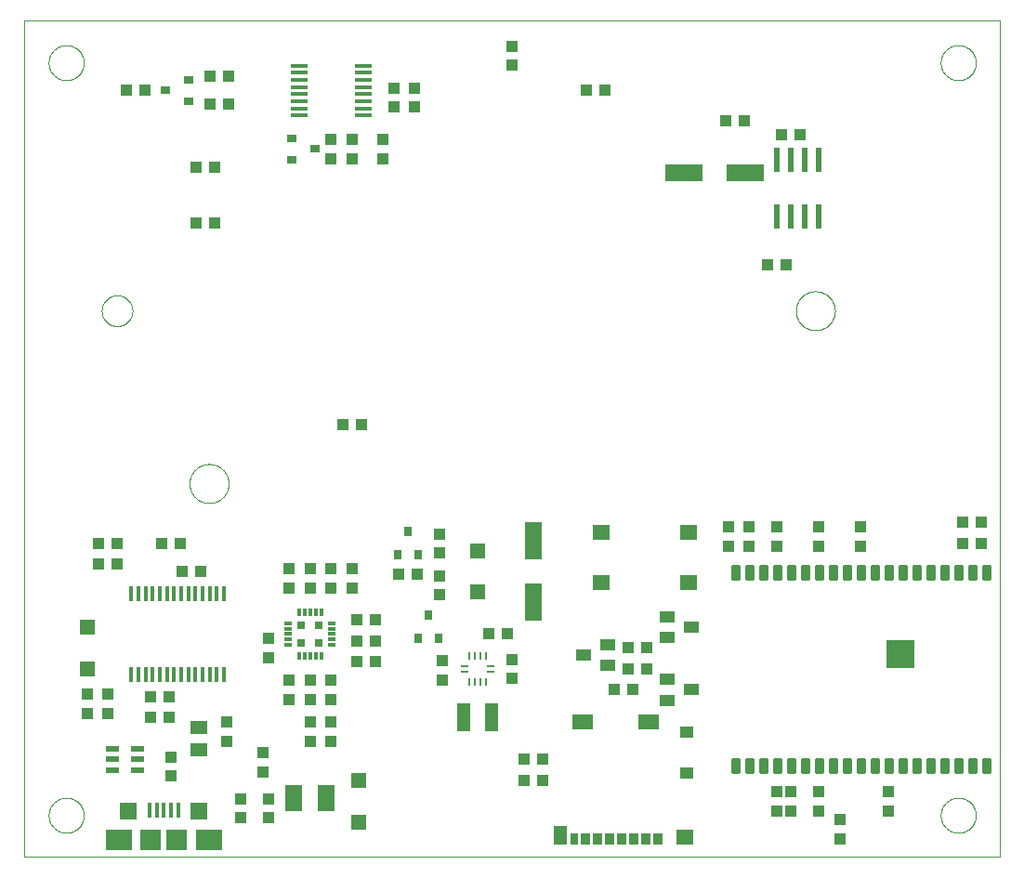
<source format=gtp>
G75*
%MOIN*%
%OFA0B0*%
%FSLAX25Y25*%
%IPPOS*%
%LPD*%
%AMOC8*
5,1,8,0,0,1.08239X$1,22.5*
%
%ADD10C,0.00000*%
%ADD11R,0.09965X0.09974*%
%ADD12C,0.01831*%
%ADD13R,0.03937X0.04331*%
%ADD14R,0.04331X0.03937*%
%ADD15R,0.01575X0.05512*%
%ADD16R,0.07480X0.07480*%
%ADD17R,0.09449X0.07480*%
%ADD18R,0.06299X0.05906*%
%ADD19R,0.04606X0.07087*%
%ADD20R,0.06102X0.05315*%
%ADD21R,0.03346X0.04331*%
%ADD22R,0.02953X0.04331*%
%ADD23R,0.07480X0.05315*%
%ADD24R,0.04724X0.03937*%
%ADD25R,0.04724X0.02362*%
%ADD26R,0.05512X0.05512*%
%ADD27R,0.05906X0.04724*%
%ADD28R,0.06299X0.05512*%
%ADD29R,0.03543X0.03150*%
%ADD30R,0.05512X0.03937*%
%ADD31R,0.01370X0.05500*%
%ADD32R,0.02362X0.08661*%
%ADD33R,0.05906X0.01575*%
%ADD34R,0.01181X0.02953*%
%ADD35R,0.02953X0.01181*%
%ADD36R,0.03150X0.03150*%
%ADD37R,0.00984X0.02756*%
%ADD38R,0.02756X0.00984*%
%ADD39R,0.05118X0.10039*%
%ADD40R,0.05906X0.09449*%
%ADD41R,0.06299X0.13780*%
%ADD42R,0.13780X0.06299*%
%ADD43R,0.03150X0.03543*%
D10*
X0002050Y0016291D02*
X0002050Y0316291D01*
X0352050Y0316291D01*
X0352050Y0016291D01*
X0002050Y0016291D01*
X0010751Y0031291D02*
X0010753Y0031449D01*
X0010759Y0031607D01*
X0010769Y0031765D01*
X0010783Y0031923D01*
X0010801Y0032080D01*
X0010822Y0032237D01*
X0010848Y0032393D01*
X0010878Y0032549D01*
X0010911Y0032704D01*
X0010949Y0032857D01*
X0010990Y0033010D01*
X0011035Y0033162D01*
X0011084Y0033313D01*
X0011137Y0033462D01*
X0011193Y0033610D01*
X0011253Y0033756D01*
X0011317Y0033901D01*
X0011385Y0034044D01*
X0011456Y0034186D01*
X0011530Y0034326D01*
X0011608Y0034463D01*
X0011690Y0034599D01*
X0011774Y0034733D01*
X0011863Y0034864D01*
X0011954Y0034993D01*
X0012049Y0035120D01*
X0012146Y0035245D01*
X0012247Y0035367D01*
X0012351Y0035486D01*
X0012458Y0035603D01*
X0012568Y0035717D01*
X0012681Y0035828D01*
X0012796Y0035937D01*
X0012914Y0036042D01*
X0013035Y0036144D01*
X0013158Y0036244D01*
X0013284Y0036340D01*
X0013412Y0036433D01*
X0013542Y0036523D01*
X0013675Y0036609D01*
X0013810Y0036693D01*
X0013946Y0036772D01*
X0014085Y0036849D01*
X0014226Y0036921D01*
X0014368Y0036991D01*
X0014512Y0037056D01*
X0014658Y0037118D01*
X0014805Y0037176D01*
X0014954Y0037231D01*
X0015104Y0037282D01*
X0015255Y0037329D01*
X0015407Y0037372D01*
X0015560Y0037411D01*
X0015715Y0037447D01*
X0015870Y0037478D01*
X0016026Y0037506D01*
X0016182Y0037530D01*
X0016339Y0037550D01*
X0016497Y0037566D01*
X0016654Y0037578D01*
X0016813Y0037586D01*
X0016971Y0037590D01*
X0017129Y0037590D01*
X0017287Y0037586D01*
X0017446Y0037578D01*
X0017603Y0037566D01*
X0017761Y0037550D01*
X0017918Y0037530D01*
X0018074Y0037506D01*
X0018230Y0037478D01*
X0018385Y0037447D01*
X0018540Y0037411D01*
X0018693Y0037372D01*
X0018845Y0037329D01*
X0018996Y0037282D01*
X0019146Y0037231D01*
X0019295Y0037176D01*
X0019442Y0037118D01*
X0019588Y0037056D01*
X0019732Y0036991D01*
X0019874Y0036921D01*
X0020015Y0036849D01*
X0020154Y0036772D01*
X0020290Y0036693D01*
X0020425Y0036609D01*
X0020558Y0036523D01*
X0020688Y0036433D01*
X0020816Y0036340D01*
X0020942Y0036244D01*
X0021065Y0036144D01*
X0021186Y0036042D01*
X0021304Y0035937D01*
X0021419Y0035828D01*
X0021532Y0035717D01*
X0021642Y0035603D01*
X0021749Y0035486D01*
X0021853Y0035367D01*
X0021954Y0035245D01*
X0022051Y0035120D01*
X0022146Y0034993D01*
X0022237Y0034864D01*
X0022326Y0034733D01*
X0022410Y0034599D01*
X0022492Y0034463D01*
X0022570Y0034326D01*
X0022644Y0034186D01*
X0022715Y0034044D01*
X0022783Y0033901D01*
X0022847Y0033756D01*
X0022907Y0033610D01*
X0022963Y0033462D01*
X0023016Y0033313D01*
X0023065Y0033162D01*
X0023110Y0033010D01*
X0023151Y0032857D01*
X0023189Y0032704D01*
X0023222Y0032549D01*
X0023252Y0032393D01*
X0023278Y0032237D01*
X0023299Y0032080D01*
X0023317Y0031923D01*
X0023331Y0031765D01*
X0023341Y0031607D01*
X0023347Y0031449D01*
X0023349Y0031291D01*
X0023347Y0031133D01*
X0023341Y0030975D01*
X0023331Y0030817D01*
X0023317Y0030659D01*
X0023299Y0030502D01*
X0023278Y0030345D01*
X0023252Y0030189D01*
X0023222Y0030033D01*
X0023189Y0029878D01*
X0023151Y0029725D01*
X0023110Y0029572D01*
X0023065Y0029420D01*
X0023016Y0029269D01*
X0022963Y0029120D01*
X0022907Y0028972D01*
X0022847Y0028826D01*
X0022783Y0028681D01*
X0022715Y0028538D01*
X0022644Y0028396D01*
X0022570Y0028256D01*
X0022492Y0028119D01*
X0022410Y0027983D01*
X0022326Y0027849D01*
X0022237Y0027718D01*
X0022146Y0027589D01*
X0022051Y0027462D01*
X0021954Y0027337D01*
X0021853Y0027215D01*
X0021749Y0027096D01*
X0021642Y0026979D01*
X0021532Y0026865D01*
X0021419Y0026754D01*
X0021304Y0026645D01*
X0021186Y0026540D01*
X0021065Y0026438D01*
X0020942Y0026338D01*
X0020816Y0026242D01*
X0020688Y0026149D01*
X0020558Y0026059D01*
X0020425Y0025973D01*
X0020290Y0025889D01*
X0020154Y0025810D01*
X0020015Y0025733D01*
X0019874Y0025661D01*
X0019732Y0025591D01*
X0019588Y0025526D01*
X0019442Y0025464D01*
X0019295Y0025406D01*
X0019146Y0025351D01*
X0018996Y0025300D01*
X0018845Y0025253D01*
X0018693Y0025210D01*
X0018540Y0025171D01*
X0018385Y0025135D01*
X0018230Y0025104D01*
X0018074Y0025076D01*
X0017918Y0025052D01*
X0017761Y0025032D01*
X0017603Y0025016D01*
X0017446Y0025004D01*
X0017287Y0024996D01*
X0017129Y0024992D01*
X0016971Y0024992D01*
X0016813Y0024996D01*
X0016654Y0025004D01*
X0016497Y0025016D01*
X0016339Y0025032D01*
X0016182Y0025052D01*
X0016026Y0025076D01*
X0015870Y0025104D01*
X0015715Y0025135D01*
X0015560Y0025171D01*
X0015407Y0025210D01*
X0015255Y0025253D01*
X0015104Y0025300D01*
X0014954Y0025351D01*
X0014805Y0025406D01*
X0014658Y0025464D01*
X0014512Y0025526D01*
X0014368Y0025591D01*
X0014226Y0025661D01*
X0014085Y0025733D01*
X0013946Y0025810D01*
X0013810Y0025889D01*
X0013675Y0025973D01*
X0013542Y0026059D01*
X0013412Y0026149D01*
X0013284Y0026242D01*
X0013158Y0026338D01*
X0013035Y0026438D01*
X0012914Y0026540D01*
X0012796Y0026645D01*
X0012681Y0026754D01*
X0012568Y0026865D01*
X0012458Y0026979D01*
X0012351Y0027096D01*
X0012247Y0027215D01*
X0012146Y0027337D01*
X0012049Y0027462D01*
X0011954Y0027589D01*
X0011863Y0027718D01*
X0011774Y0027849D01*
X0011690Y0027983D01*
X0011608Y0028119D01*
X0011530Y0028256D01*
X0011456Y0028396D01*
X0011385Y0028538D01*
X0011317Y0028681D01*
X0011253Y0028826D01*
X0011193Y0028972D01*
X0011137Y0029120D01*
X0011084Y0029269D01*
X0011035Y0029420D01*
X0010990Y0029572D01*
X0010949Y0029725D01*
X0010911Y0029878D01*
X0010878Y0030033D01*
X0010848Y0030189D01*
X0010822Y0030345D01*
X0010801Y0030502D01*
X0010783Y0030659D01*
X0010769Y0030817D01*
X0010759Y0030975D01*
X0010753Y0031133D01*
X0010751Y0031291D01*
X0061300Y0150291D02*
X0061302Y0150463D01*
X0061308Y0150634D01*
X0061319Y0150806D01*
X0061334Y0150977D01*
X0061353Y0151148D01*
X0061376Y0151318D01*
X0061403Y0151488D01*
X0061435Y0151657D01*
X0061470Y0151825D01*
X0061510Y0151992D01*
X0061554Y0152158D01*
X0061601Y0152323D01*
X0061653Y0152487D01*
X0061709Y0152649D01*
X0061769Y0152810D01*
X0061833Y0152970D01*
X0061901Y0153128D01*
X0061972Y0153284D01*
X0062047Y0153438D01*
X0062127Y0153591D01*
X0062209Y0153741D01*
X0062296Y0153890D01*
X0062386Y0154036D01*
X0062480Y0154180D01*
X0062577Y0154322D01*
X0062678Y0154461D01*
X0062782Y0154598D01*
X0062889Y0154732D01*
X0063000Y0154863D01*
X0063113Y0154992D01*
X0063230Y0155118D01*
X0063350Y0155241D01*
X0063473Y0155361D01*
X0063599Y0155478D01*
X0063728Y0155591D01*
X0063859Y0155702D01*
X0063993Y0155809D01*
X0064130Y0155913D01*
X0064269Y0156014D01*
X0064411Y0156111D01*
X0064555Y0156205D01*
X0064701Y0156295D01*
X0064850Y0156382D01*
X0065000Y0156464D01*
X0065153Y0156544D01*
X0065307Y0156619D01*
X0065463Y0156690D01*
X0065621Y0156758D01*
X0065781Y0156822D01*
X0065942Y0156882D01*
X0066104Y0156938D01*
X0066268Y0156990D01*
X0066433Y0157037D01*
X0066599Y0157081D01*
X0066766Y0157121D01*
X0066934Y0157156D01*
X0067103Y0157188D01*
X0067273Y0157215D01*
X0067443Y0157238D01*
X0067614Y0157257D01*
X0067785Y0157272D01*
X0067957Y0157283D01*
X0068128Y0157289D01*
X0068300Y0157291D01*
X0068472Y0157289D01*
X0068643Y0157283D01*
X0068815Y0157272D01*
X0068986Y0157257D01*
X0069157Y0157238D01*
X0069327Y0157215D01*
X0069497Y0157188D01*
X0069666Y0157156D01*
X0069834Y0157121D01*
X0070001Y0157081D01*
X0070167Y0157037D01*
X0070332Y0156990D01*
X0070496Y0156938D01*
X0070658Y0156882D01*
X0070819Y0156822D01*
X0070979Y0156758D01*
X0071137Y0156690D01*
X0071293Y0156619D01*
X0071447Y0156544D01*
X0071600Y0156464D01*
X0071750Y0156382D01*
X0071899Y0156295D01*
X0072045Y0156205D01*
X0072189Y0156111D01*
X0072331Y0156014D01*
X0072470Y0155913D01*
X0072607Y0155809D01*
X0072741Y0155702D01*
X0072872Y0155591D01*
X0073001Y0155478D01*
X0073127Y0155361D01*
X0073250Y0155241D01*
X0073370Y0155118D01*
X0073487Y0154992D01*
X0073600Y0154863D01*
X0073711Y0154732D01*
X0073818Y0154598D01*
X0073922Y0154461D01*
X0074023Y0154322D01*
X0074120Y0154180D01*
X0074214Y0154036D01*
X0074304Y0153890D01*
X0074391Y0153741D01*
X0074473Y0153591D01*
X0074553Y0153438D01*
X0074628Y0153284D01*
X0074699Y0153128D01*
X0074767Y0152970D01*
X0074831Y0152810D01*
X0074891Y0152649D01*
X0074947Y0152487D01*
X0074999Y0152323D01*
X0075046Y0152158D01*
X0075090Y0151992D01*
X0075130Y0151825D01*
X0075165Y0151657D01*
X0075197Y0151488D01*
X0075224Y0151318D01*
X0075247Y0151148D01*
X0075266Y0150977D01*
X0075281Y0150806D01*
X0075292Y0150634D01*
X0075298Y0150463D01*
X0075300Y0150291D01*
X0075298Y0150119D01*
X0075292Y0149948D01*
X0075281Y0149776D01*
X0075266Y0149605D01*
X0075247Y0149434D01*
X0075224Y0149264D01*
X0075197Y0149094D01*
X0075165Y0148925D01*
X0075130Y0148757D01*
X0075090Y0148590D01*
X0075046Y0148424D01*
X0074999Y0148259D01*
X0074947Y0148095D01*
X0074891Y0147933D01*
X0074831Y0147772D01*
X0074767Y0147612D01*
X0074699Y0147454D01*
X0074628Y0147298D01*
X0074553Y0147144D01*
X0074473Y0146991D01*
X0074391Y0146841D01*
X0074304Y0146692D01*
X0074214Y0146546D01*
X0074120Y0146402D01*
X0074023Y0146260D01*
X0073922Y0146121D01*
X0073818Y0145984D01*
X0073711Y0145850D01*
X0073600Y0145719D01*
X0073487Y0145590D01*
X0073370Y0145464D01*
X0073250Y0145341D01*
X0073127Y0145221D01*
X0073001Y0145104D01*
X0072872Y0144991D01*
X0072741Y0144880D01*
X0072607Y0144773D01*
X0072470Y0144669D01*
X0072331Y0144568D01*
X0072189Y0144471D01*
X0072045Y0144377D01*
X0071899Y0144287D01*
X0071750Y0144200D01*
X0071600Y0144118D01*
X0071447Y0144038D01*
X0071293Y0143963D01*
X0071137Y0143892D01*
X0070979Y0143824D01*
X0070819Y0143760D01*
X0070658Y0143700D01*
X0070496Y0143644D01*
X0070332Y0143592D01*
X0070167Y0143545D01*
X0070001Y0143501D01*
X0069834Y0143461D01*
X0069666Y0143426D01*
X0069497Y0143394D01*
X0069327Y0143367D01*
X0069157Y0143344D01*
X0068986Y0143325D01*
X0068815Y0143310D01*
X0068643Y0143299D01*
X0068472Y0143293D01*
X0068300Y0143291D01*
X0068128Y0143293D01*
X0067957Y0143299D01*
X0067785Y0143310D01*
X0067614Y0143325D01*
X0067443Y0143344D01*
X0067273Y0143367D01*
X0067103Y0143394D01*
X0066934Y0143426D01*
X0066766Y0143461D01*
X0066599Y0143501D01*
X0066433Y0143545D01*
X0066268Y0143592D01*
X0066104Y0143644D01*
X0065942Y0143700D01*
X0065781Y0143760D01*
X0065621Y0143824D01*
X0065463Y0143892D01*
X0065307Y0143963D01*
X0065153Y0144038D01*
X0065000Y0144118D01*
X0064850Y0144200D01*
X0064701Y0144287D01*
X0064555Y0144377D01*
X0064411Y0144471D01*
X0064269Y0144568D01*
X0064130Y0144669D01*
X0063993Y0144773D01*
X0063859Y0144880D01*
X0063728Y0144991D01*
X0063599Y0145104D01*
X0063473Y0145221D01*
X0063350Y0145341D01*
X0063230Y0145464D01*
X0063113Y0145590D01*
X0063000Y0145719D01*
X0062889Y0145850D01*
X0062782Y0145984D01*
X0062678Y0146121D01*
X0062577Y0146260D01*
X0062480Y0146402D01*
X0062386Y0146546D01*
X0062296Y0146692D01*
X0062209Y0146841D01*
X0062127Y0146991D01*
X0062047Y0147144D01*
X0061972Y0147298D01*
X0061901Y0147454D01*
X0061833Y0147612D01*
X0061769Y0147772D01*
X0061709Y0147933D01*
X0061653Y0148095D01*
X0061601Y0148259D01*
X0061554Y0148424D01*
X0061510Y0148590D01*
X0061470Y0148757D01*
X0061435Y0148925D01*
X0061403Y0149094D01*
X0061376Y0149264D01*
X0061353Y0149434D01*
X0061334Y0149605D01*
X0061319Y0149776D01*
X0061308Y0149948D01*
X0061302Y0150119D01*
X0061300Y0150291D01*
X0029788Y0212291D02*
X0029790Y0212439D01*
X0029796Y0212587D01*
X0029806Y0212735D01*
X0029820Y0212882D01*
X0029838Y0213029D01*
X0029859Y0213175D01*
X0029885Y0213321D01*
X0029915Y0213466D01*
X0029948Y0213610D01*
X0029986Y0213753D01*
X0030027Y0213895D01*
X0030072Y0214036D01*
X0030120Y0214176D01*
X0030173Y0214315D01*
X0030229Y0214452D01*
X0030289Y0214587D01*
X0030352Y0214721D01*
X0030419Y0214853D01*
X0030490Y0214983D01*
X0030564Y0215111D01*
X0030641Y0215237D01*
X0030722Y0215361D01*
X0030806Y0215483D01*
X0030893Y0215602D01*
X0030984Y0215719D01*
X0031078Y0215834D01*
X0031174Y0215946D01*
X0031274Y0216056D01*
X0031376Y0216162D01*
X0031482Y0216266D01*
X0031590Y0216367D01*
X0031701Y0216465D01*
X0031814Y0216561D01*
X0031930Y0216653D01*
X0032048Y0216742D01*
X0032169Y0216827D01*
X0032292Y0216910D01*
X0032417Y0216989D01*
X0032544Y0217065D01*
X0032673Y0217137D01*
X0032804Y0217206D01*
X0032937Y0217271D01*
X0033072Y0217332D01*
X0033208Y0217390D01*
X0033345Y0217445D01*
X0033484Y0217495D01*
X0033625Y0217542D01*
X0033766Y0217585D01*
X0033909Y0217625D01*
X0034053Y0217660D01*
X0034197Y0217692D01*
X0034343Y0217719D01*
X0034489Y0217743D01*
X0034636Y0217763D01*
X0034783Y0217779D01*
X0034930Y0217791D01*
X0035078Y0217799D01*
X0035226Y0217803D01*
X0035374Y0217803D01*
X0035522Y0217799D01*
X0035670Y0217791D01*
X0035817Y0217779D01*
X0035964Y0217763D01*
X0036111Y0217743D01*
X0036257Y0217719D01*
X0036403Y0217692D01*
X0036547Y0217660D01*
X0036691Y0217625D01*
X0036834Y0217585D01*
X0036975Y0217542D01*
X0037116Y0217495D01*
X0037255Y0217445D01*
X0037392Y0217390D01*
X0037528Y0217332D01*
X0037663Y0217271D01*
X0037796Y0217206D01*
X0037927Y0217137D01*
X0038056Y0217065D01*
X0038183Y0216989D01*
X0038308Y0216910D01*
X0038431Y0216827D01*
X0038552Y0216742D01*
X0038670Y0216653D01*
X0038786Y0216561D01*
X0038899Y0216465D01*
X0039010Y0216367D01*
X0039118Y0216266D01*
X0039224Y0216162D01*
X0039326Y0216056D01*
X0039426Y0215946D01*
X0039522Y0215834D01*
X0039616Y0215719D01*
X0039707Y0215602D01*
X0039794Y0215483D01*
X0039878Y0215361D01*
X0039959Y0215237D01*
X0040036Y0215111D01*
X0040110Y0214983D01*
X0040181Y0214853D01*
X0040248Y0214721D01*
X0040311Y0214587D01*
X0040371Y0214452D01*
X0040427Y0214315D01*
X0040480Y0214176D01*
X0040528Y0214036D01*
X0040573Y0213895D01*
X0040614Y0213753D01*
X0040652Y0213610D01*
X0040685Y0213466D01*
X0040715Y0213321D01*
X0040741Y0213175D01*
X0040762Y0213029D01*
X0040780Y0212882D01*
X0040794Y0212735D01*
X0040804Y0212587D01*
X0040810Y0212439D01*
X0040812Y0212291D01*
X0040810Y0212143D01*
X0040804Y0211995D01*
X0040794Y0211847D01*
X0040780Y0211700D01*
X0040762Y0211553D01*
X0040741Y0211407D01*
X0040715Y0211261D01*
X0040685Y0211116D01*
X0040652Y0210972D01*
X0040614Y0210829D01*
X0040573Y0210687D01*
X0040528Y0210546D01*
X0040480Y0210406D01*
X0040427Y0210267D01*
X0040371Y0210130D01*
X0040311Y0209995D01*
X0040248Y0209861D01*
X0040181Y0209729D01*
X0040110Y0209599D01*
X0040036Y0209471D01*
X0039959Y0209345D01*
X0039878Y0209221D01*
X0039794Y0209099D01*
X0039707Y0208980D01*
X0039616Y0208863D01*
X0039522Y0208748D01*
X0039426Y0208636D01*
X0039326Y0208526D01*
X0039224Y0208420D01*
X0039118Y0208316D01*
X0039010Y0208215D01*
X0038899Y0208117D01*
X0038786Y0208021D01*
X0038670Y0207929D01*
X0038552Y0207840D01*
X0038431Y0207755D01*
X0038308Y0207672D01*
X0038183Y0207593D01*
X0038056Y0207517D01*
X0037927Y0207445D01*
X0037796Y0207376D01*
X0037663Y0207311D01*
X0037528Y0207250D01*
X0037392Y0207192D01*
X0037255Y0207137D01*
X0037116Y0207087D01*
X0036975Y0207040D01*
X0036834Y0206997D01*
X0036691Y0206957D01*
X0036547Y0206922D01*
X0036403Y0206890D01*
X0036257Y0206863D01*
X0036111Y0206839D01*
X0035964Y0206819D01*
X0035817Y0206803D01*
X0035670Y0206791D01*
X0035522Y0206783D01*
X0035374Y0206779D01*
X0035226Y0206779D01*
X0035078Y0206783D01*
X0034930Y0206791D01*
X0034783Y0206803D01*
X0034636Y0206819D01*
X0034489Y0206839D01*
X0034343Y0206863D01*
X0034197Y0206890D01*
X0034053Y0206922D01*
X0033909Y0206957D01*
X0033766Y0206997D01*
X0033625Y0207040D01*
X0033484Y0207087D01*
X0033345Y0207137D01*
X0033208Y0207192D01*
X0033072Y0207250D01*
X0032937Y0207311D01*
X0032804Y0207376D01*
X0032673Y0207445D01*
X0032544Y0207517D01*
X0032417Y0207593D01*
X0032292Y0207672D01*
X0032169Y0207755D01*
X0032048Y0207840D01*
X0031930Y0207929D01*
X0031814Y0208021D01*
X0031701Y0208117D01*
X0031590Y0208215D01*
X0031482Y0208316D01*
X0031376Y0208420D01*
X0031274Y0208526D01*
X0031174Y0208636D01*
X0031078Y0208748D01*
X0030984Y0208863D01*
X0030893Y0208980D01*
X0030806Y0209099D01*
X0030722Y0209221D01*
X0030641Y0209345D01*
X0030564Y0209471D01*
X0030490Y0209599D01*
X0030419Y0209729D01*
X0030352Y0209861D01*
X0030289Y0209995D01*
X0030229Y0210130D01*
X0030173Y0210267D01*
X0030120Y0210406D01*
X0030072Y0210546D01*
X0030027Y0210687D01*
X0029986Y0210829D01*
X0029948Y0210972D01*
X0029915Y0211116D01*
X0029885Y0211261D01*
X0029859Y0211407D01*
X0029838Y0211553D01*
X0029820Y0211700D01*
X0029806Y0211847D01*
X0029796Y0211995D01*
X0029790Y0212143D01*
X0029788Y0212291D01*
X0010751Y0301291D02*
X0010753Y0301449D01*
X0010759Y0301607D01*
X0010769Y0301765D01*
X0010783Y0301923D01*
X0010801Y0302080D01*
X0010822Y0302237D01*
X0010848Y0302393D01*
X0010878Y0302549D01*
X0010911Y0302704D01*
X0010949Y0302857D01*
X0010990Y0303010D01*
X0011035Y0303162D01*
X0011084Y0303313D01*
X0011137Y0303462D01*
X0011193Y0303610D01*
X0011253Y0303756D01*
X0011317Y0303901D01*
X0011385Y0304044D01*
X0011456Y0304186D01*
X0011530Y0304326D01*
X0011608Y0304463D01*
X0011690Y0304599D01*
X0011774Y0304733D01*
X0011863Y0304864D01*
X0011954Y0304993D01*
X0012049Y0305120D01*
X0012146Y0305245D01*
X0012247Y0305367D01*
X0012351Y0305486D01*
X0012458Y0305603D01*
X0012568Y0305717D01*
X0012681Y0305828D01*
X0012796Y0305937D01*
X0012914Y0306042D01*
X0013035Y0306144D01*
X0013158Y0306244D01*
X0013284Y0306340D01*
X0013412Y0306433D01*
X0013542Y0306523D01*
X0013675Y0306609D01*
X0013810Y0306693D01*
X0013946Y0306772D01*
X0014085Y0306849D01*
X0014226Y0306921D01*
X0014368Y0306991D01*
X0014512Y0307056D01*
X0014658Y0307118D01*
X0014805Y0307176D01*
X0014954Y0307231D01*
X0015104Y0307282D01*
X0015255Y0307329D01*
X0015407Y0307372D01*
X0015560Y0307411D01*
X0015715Y0307447D01*
X0015870Y0307478D01*
X0016026Y0307506D01*
X0016182Y0307530D01*
X0016339Y0307550D01*
X0016497Y0307566D01*
X0016654Y0307578D01*
X0016813Y0307586D01*
X0016971Y0307590D01*
X0017129Y0307590D01*
X0017287Y0307586D01*
X0017446Y0307578D01*
X0017603Y0307566D01*
X0017761Y0307550D01*
X0017918Y0307530D01*
X0018074Y0307506D01*
X0018230Y0307478D01*
X0018385Y0307447D01*
X0018540Y0307411D01*
X0018693Y0307372D01*
X0018845Y0307329D01*
X0018996Y0307282D01*
X0019146Y0307231D01*
X0019295Y0307176D01*
X0019442Y0307118D01*
X0019588Y0307056D01*
X0019732Y0306991D01*
X0019874Y0306921D01*
X0020015Y0306849D01*
X0020154Y0306772D01*
X0020290Y0306693D01*
X0020425Y0306609D01*
X0020558Y0306523D01*
X0020688Y0306433D01*
X0020816Y0306340D01*
X0020942Y0306244D01*
X0021065Y0306144D01*
X0021186Y0306042D01*
X0021304Y0305937D01*
X0021419Y0305828D01*
X0021532Y0305717D01*
X0021642Y0305603D01*
X0021749Y0305486D01*
X0021853Y0305367D01*
X0021954Y0305245D01*
X0022051Y0305120D01*
X0022146Y0304993D01*
X0022237Y0304864D01*
X0022326Y0304733D01*
X0022410Y0304599D01*
X0022492Y0304463D01*
X0022570Y0304326D01*
X0022644Y0304186D01*
X0022715Y0304044D01*
X0022783Y0303901D01*
X0022847Y0303756D01*
X0022907Y0303610D01*
X0022963Y0303462D01*
X0023016Y0303313D01*
X0023065Y0303162D01*
X0023110Y0303010D01*
X0023151Y0302857D01*
X0023189Y0302704D01*
X0023222Y0302549D01*
X0023252Y0302393D01*
X0023278Y0302237D01*
X0023299Y0302080D01*
X0023317Y0301923D01*
X0023331Y0301765D01*
X0023341Y0301607D01*
X0023347Y0301449D01*
X0023349Y0301291D01*
X0023347Y0301133D01*
X0023341Y0300975D01*
X0023331Y0300817D01*
X0023317Y0300659D01*
X0023299Y0300502D01*
X0023278Y0300345D01*
X0023252Y0300189D01*
X0023222Y0300033D01*
X0023189Y0299878D01*
X0023151Y0299725D01*
X0023110Y0299572D01*
X0023065Y0299420D01*
X0023016Y0299269D01*
X0022963Y0299120D01*
X0022907Y0298972D01*
X0022847Y0298826D01*
X0022783Y0298681D01*
X0022715Y0298538D01*
X0022644Y0298396D01*
X0022570Y0298256D01*
X0022492Y0298119D01*
X0022410Y0297983D01*
X0022326Y0297849D01*
X0022237Y0297718D01*
X0022146Y0297589D01*
X0022051Y0297462D01*
X0021954Y0297337D01*
X0021853Y0297215D01*
X0021749Y0297096D01*
X0021642Y0296979D01*
X0021532Y0296865D01*
X0021419Y0296754D01*
X0021304Y0296645D01*
X0021186Y0296540D01*
X0021065Y0296438D01*
X0020942Y0296338D01*
X0020816Y0296242D01*
X0020688Y0296149D01*
X0020558Y0296059D01*
X0020425Y0295973D01*
X0020290Y0295889D01*
X0020154Y0295810D01*
X0020015Y0295733D01*
X0019874Y0295661D01*
X0019732Y0295591D01*
X0019588Y0295526D01*
X0019442Y0295464D01*
X0019295Y0295406D01*
X0019146Y0295351D01*
X0018996Y0295300D01*
X0018845Y0295253D01*
X0018693Y0295210D01*
X0018540Y0295171D01*
X0018385Y0295135D01*
X0018230Y0295104D01*
X0018074Y0295076D01*
X0017918Y0295052D01*
X0017761Y0295032D01*
X0017603Y0295016D01*
X0017446Y0295004D01*
X0017287Y0294996D01*
X0017129Y0294992D01*
X0016971Y0294992D01*
X0016813Y0294996D01*
X0016654Y0295004D01*
X0016497Y0295016D01*
X0016339Y0295032D01*
X0016182Y0295052D01*
X0016026Y0295076D01*
X0015870Y0295104D01*
X0015715Y0295135D01*
X0015560Y0295171D01*
X0015407Y0295210D01*
X0015255Y0295253D01*
X0015104Y0295300D01*
X0014954Y0295351D01*
X0014805Y0295406D01*
X0014658Y0295464D01*
X0014512Y0295526D01*
X0014368Y0295591D01*
X0014226Y0295661D01*
X0014085Y0295733D01*
X0013946Y0295810D01*
X0013810Y0295889D01*
X0013675Y0295973D01*
X0013542Y0296059D01*
X0013412Y0296149D01*
X0013284Y0296242D01*
X0013158Y0296338D01*
X0013035Y0296438D01*
X0012914Y0296540D01*
X0012796Y0296645D01*
X0012681Y0296754D01*
X0012568Y0296865D01*
X0012458Y0296979D01*
X0012351Y0297096D01*
X0012247Y0297215D01*
X0012146Y0297337D01*
X0012049Y0297462D01*
X0011954Y0297589D01*
X0011863Y0297718D01*
X0011774Y0297849D01*
X0011690Y0297983D01*
X0011608Y0298119D01*
X0011530Y0298256D01*
X0011456Y0298396D01*
X0011385Y0298538D01*
X0011317Y0298681D01*
X0011253Y0298826D01*
X0011193Y0298972D01*
X0011137Y0299120D01*
X0011084Y0299269D01*
X0011035Y0299420D01*
X0010990Y0299572D01*
X0010949Y0299725D01*
X0010911Y0299878D01*
X0010878Y0300033D01*
X0010848Y0300189D01*
X0010822Y0300345D01*
X0010801Y0300502D01*
X0010783Y0300659D01*
X0010769Y0300817D01*
X0010759Y0300975D01*
X0010753Y0301133D01*
X0010751Y0301291D01*
X0278800Y0212291D02*
X0278802Y0212463D01*
X0278808Y0212634D01*
X0278819Y0212806D01*
X0278834Y0212977D01*
X0278853Y0213148D01*
X0278876Y0213318D01*
X0278903Y0213488D01*
X0278935Y0213657D01*
X0278970Y0213825D01*
X0279010Y0213992D01*
X0279054Y0214158D01*
X0279101Y0214323D01*
X0279153Y0214487D01*
X0279209Y0214649D01*
X0279269Y0214810D01*
X0279333Y0214970D01*
X0279401Y0215128D01*
X0279472Y0215284D01*
X0279547Y0215438D01*
X0279627Y0215591D01*
X0279709Y0215741D01*
X0279796Y0215890D01*
X0279886Y0216036D01*
X0279980Y0216180D01*
X0280077Y0216322D01*
X0280178Y0216461D01*
X0280282Y0216598D01*
X0280389Y0216732D01*
X0280500Y0216863D01*
X0280613Y0216992D01*
X0280730Y0217118D01*
X0280850Y0217241D01*
X0280973Y0217361D01*
X0281099Y0217478D01*
X0281228Y0217591D01*
X0281359Y0217702D01*
X0281493Y0217809D01*
X0281630Y0217913D01*
X0281769Y0218014D01*
X0281911Y0218111D01*
X0282055Y0218205D01*
X0282201Y0218295D01*
X0282350Y0218382D01*
X0282500Y0218464D01*
X0282653Y0218544D01*
X0282807Y0218619D01*
X0282963Y0218690D01*
X0283121Y0218758D01*
X0283281Y0218822D01*
X0283442Y0218882D01*
X0283604Y0218938D01*
X0283768Y0218990D01*
X0283933Y0219037D01*
X0284099Y0219081D01*
X0284266Y0219121D01*
X0284434Y0219156D01*
X0284603Y0219188D01*
X0284773Y0219215D01*
X0284943Y0219238D01*
X0285114Y0219257D01*
X0285285Y0219272D01*
X0285457Y0219283D01*
X0285628Y0219289D01*
X0285800Y0219291D01*
X0285972Y0219289D01*
X0286143Y0219283D01*
X0286315Y0219272D01*
X0286486Y0219257D01*
X0286657Y0219238D01*
X0286827Y0219215D01*
X0286997Y0219188D01*
X0287166Y0219156D01*
X0287334Y0219121D01*
X0287501Y0219081D01*
X0287667Y0219037D01*
X0287832Y0218990D01*
X0287996Y0218938D01*
X0288158Y0218882D01*
X0288319Y0218822D01*
X0288479Y0218758D01*
X0288637Y0218690D01*
X0288793Y0218619D01*
X0288947Y0218544D01*
X0289100Y0218464D01*
X0289250Y0218382D01*
X0289399Y0218295D01*
X0289545Y0218205D01*
X0289689Y0218111D01*
X0289831Y0218014D01*
X0289970Y0217913D01*
X0290107Y0217809D01*
X0290241Y0217702D01*
X0290372Y0217591D01*
X0290501Y0217478D01*
X0290627Y0217361D01*
X0290750Y0217241D01*
X0290870Y0217118D01*
X0290987Y0216992D01*
X0291100Y0216863D01*
X0291211Y0216732D01*
X0291318Y0216598D01*
X0291422Y0216461D01*
X0291523Y0216322D01*
X0291620Y0216180D01*
X0291714Y0216036D01*
X0291804Y0215890D01*
X0291891Y0215741D01*
X0291973Y0215591D01*
X0292053Y0215438D01*
X0292128Y0215284D01*
X0292199Y0215128D01*
X0292267Y0214970D01*
X0292331Y0214810D01*
X0292391Y0214649D01*
X0292447Y0214487D01*
X0292499Y0214323D01*
X0292546Y0214158D01*
X0292590Y0213992D01*
X0292630Y0213825D01*
X0292665Y0213657D01*
X0292697Y0213488D01*
X0292724Y0213318D01*
X0292747Y0213148D01*
X0292766Y0212977D01*
X0292781Y0212806D01*
X0292792Y0212634D01*
X0292798Y0212463D01*
X0292800Y0212291D01*
X0292798Y0212119D01*
X0292792Y0211948D01*
X0292781Y0211776D01*
X0292766Y0211605D01*
X0292747Y0211434D01*
X0292724Y0211264D01*
X0292697Y0211094D01*
X0292665Y0210925D01*
X0292630Y0210757D01*
X0292590Y0210590D01*
X0292546Y0210424D01*
X0292499Y0210259D01*
X0292447Y0210095D01*
X0292391Y0209933D01*
X0292331Y0209772D01*
X0292267Y0209612D01*
X0292199Y0209454D01*
X0292128Y0209298D01*
X0292053Y0209144D01*
X0291973Y0208991D01*
X0291891Y0208841D01*
X0291804Y0208692D01*
X0291714Y0208546D01*
X0291620Y0208402D01*
X0291523Y0208260D01*
X0291422Y0208121D01*
X0291318Y0207984D01*
X0291211Y0207850D01*
X0291100Y0207719D01*
X0290987Y0207590D01*
X0290870Y0207464D01*
X0290750Y0207341D01*
X0290627Y0207221D01*
X0290501Y0207104D01*
X0290372Y0206991D01*
X0290241Y0206880D01*
X0290107Y0206773D01*
X0289970Y0206669D01*
X0289831Y0206568D01*
X0289689Y0206471D01*
X0289545Y0206377D01*
X0289399Y0206287D01*
X0289250Y0206200D01*
X0289100Y0206118D01*
X0288947Y0206038D01*
X0288793Y0205963D01*
X0288637Y0205892D01*
X0288479Y0205824D01*
X0288319Y0205760D01*
X0288158Y0205700D01*
X0287996Y0205644D01*
X0287832Y0205592D01*
X0287667Y0205545D01*
X0287501Y0205501D01*
X0287334Y0205461D01*
X0287166Y0205426D01*
X0286997Y0205394D01*
X0286827Y0205367D01*
X0286657Y0205344D01*
X0286486Y0205325D01*
X0286315Y0205310D01*
X0286143Y0205299D01*
X0285972Y0205293D01*
X0285800Y0205291D01*
X0285628Y0205293D01*
X0285457Y0205299D01*
X0285285Y0205310D01*
X0285114Y0205325D01*
X0284943Y0205344D01*
X0284773Y0205367D01*
X0284603Y0205394D01*
X0284434Y0205426D01*
X0284266Y0205461D01*
X0284099Y0205501D01*
X0283933Y0205545D01*
X0283768Y0205592D01*
X0283604Y0205644D01*
X0283442Y0205700D01*
X0283281Y0205760D01*
X0283121Y0205824D01*
X0282963Y0205892D01*
X0282807Y0205963D01*
X0282653Y0206038D01*
X0282500Y0206118D01*
X0282350Y0206200D01*
X0282201Y0206287D01*
X0282055Y0206377D01*
X0281911Y0206471D01*
X0281769Y0206568D01*
X0281630Y0206669D01*
X0281493Y0206773D01*
X0281359Y0206880D01*
X0281228Y0206991D01*
X0281099Y0207104D01*
X0280973Y0207221D01*
X0280850Y0207341D01*
X0280730Y0207464D01*
X0280613Y0207590D01*
X0280500Y0207719D01*
X0280389Y0207850D01*
X0280282Y0207984D01*
X0280178Y0208121D01*
X0280077Y0208260D01*
X0279980Y0208402D01*
X0279886Y0208546D01*
X0279796Y0208692D01*
X0279709Y0208841D01*
X0279627Y0208991D01*
X0279547Y0209144D01*
X0279472Y0209298D01*
X0279401Y0209454D01*
X0279333Y0209612D01*
X0279269Y0209772D01*
X0279209Y0209933D01*
X0279153Y0210095D01*
X0279101Y0210259D01*
X0279054Y0210424D01*
X0279010Y0210590D01*
X0278970Y0210757D01*
X0278935Y0210925D01*
X0278903Y0211094D01*
X0278876Y0211264D01*
X0278853Y0211434D01*
X0278834Y0211605D01*
X0278819Y0211776D01*
X0278808Y0211948D01*
X0278802Y0212119D01*
X0278800Y0212291D01*
X0330751Y0301291D02*
X0330753Y0301449D01*
X0330759Y0301607D01*
X0330769Y0301765D01*
X0330783Y0301923D01*
X0330801Y0302080D01*
X0330822Y0302237D01*
X0330848Y0302393D01*
X0330878Y0302549D01*
X0330911Y0302704D01*
X0330949Y0302857D01*
X0330990Y0303010D01*
X0331035Y0303162D01*
X0331084Y0303313D01*
X0331137Y0303462D01*
X0331193Y0303610D01*
X0331253Y0303756D01*
X0331317Y0303901D01*
X0331385Y0304044D01*
X0331456Y0304186D01*
X0331530Y0304326D01*
X0331608Y0304463D01*
X0331690Y0304599D01*
X0331774Y0304733D01*
X0331863Y0304864D01*
X0331954Y0304993D01*
X0332049Y0305120D01*
X0332146Y0305245D01*
X0332247Y0305367D01*
X0332351Y0305486D01*
X0332458Y0305603D01*
X0332568Y0305717D01*
X0332681Y0305828D01*
X0332796Y0305937D01*
X0332914Y0306042D01*
X0333035Y0306144D01*
X0333158Y0306244D01*
X0333284Y0306340D01*
X0333412Y0306433D01*
X0333542Y0306523D01*
X0333675Y0306609D01*
X0333810Y0306693D01*
X0333946Y0306772D01*
X0334085Y0306849D01*
X0334226Y0306921D01*
X0334368Y0306991D01*
X0334512Y0307056D01*
X0334658Y0307118D01*
X0334805Y0307176D01*
X0334954Y0307231D01*
X0335104Y0307282D01*
X0335255Y0307329D01*
X0335407Y0307372D01*
X0335560Y0307411D01*
X0335715Y0307447D01*
X0335870Y0307478D01*
X0336026Y0307506D01*
X0336182Y0307530D01*
X0336339Y0307550D01*
X0336497Y0307566D01*
X0336654Y0307578D01*
X0336813Y0307586D01*
X0336971Y0307590D01*
X0337129Y0307590D01*
X0337287Y0307586D01*
X0337446Y0307578D01*
X0337603Y0307566D01*
X0337761Y0307550D01*
X0337918Y0307530D01*
X0338074Y0307506D01*
X0338230Y0307478D01*
X0338385Y0307447D01*
X0338540Y0307411D01*
X0338693Y0307372D01*
X0338845Y0307329D01*
X0338996Y0307282D01*
X0339146Y0307231D01*
X0339295Y0307176D01*
X0339442Y0307118D01*
X0339588Y0307056D01*
X0339732Y0306991D01*
X0339874Y0306921D01*
X0340015Y0306849D01*
X0340154Y0306772D01*
X0340290Y0306693D01*
X0340425Y0306609D01*
X0340558Y0306523D01*
X0340688Y0306433D01*
X0340816Y0306340D01*
X0340942Y0306244D01*
X0341065Y0306144D01*
X0341186Y0306042D01*
X0341304Y0305937D01*
X0341419Y0305828D01*
X0341532Y0305717D01*
X0341642Y0305603D01*
X0341749Y0305486D01*
X0341853Y0305367D01*
X0341954Y0305245D01*
X0342051Y0305120D01*
X0342146Y0304993D01*
X0342237Y0304864D01*
X0342326Y0304733D01*
X0342410Y0304599D01*
X0342492Y0304463D01*
X0342570Y0304326D01*
X0342644Y0304186D01*
X0342715Y0304044D01*
X0342783Y0303901D01*
X0342847Y0303756D01*
X0342907Y0303610D01*
X0342963Y0303462D01*
X0343016Y0303313D01*
X0343065Y0303162D01*
X0343110Y0303010D01*
X0343151Y0302857D01*
X0343189Y0302704D01*
X0343222Y0302549D01*
X0343252Y0302393D01*
X0343278Y0302237D01*
X0343299Y0302080D01*
X0343317Y0301923D01*
X0343331Y0301765D01*
X0343341Y0301607D01*
X0343347Y0301449D01*
X0343349Y0301291D01*
X0343347Y0301133D01*
X0343341Y0300975D01*
X0343331Y0300817D01*
X0343317Y0300659D01*
X0343299Y0300502D01*
X0343278Y0300345D01*
X0343252Y0300189D01*
X0343222Y0300033D01*
X0343189Y0299878D01*
X0343151Y0299725D01*
X0343110Y0299572D01*
X0343065Y0299420D01*
X0343016Y0299269D01*
X0342963Y0299120D01*
X0342907Y0298972D01*
X0342847Y0298826D01*
X0342783Y0298681D01*
X0342715Y0298538D01*
X0342644Y0298396D01*
X0342570Y0298256D01*
X0342492Y0298119D01*
X0342410Y0297983D01*
X0342326Y0297849D01*
X0342237Y0297718D01*
X0342146Y0297589D01*
X0342051Y0297462D01*
X0341954Y0297337D01*
X0341853Y0297215D01*
X0341749Y0297096D01*
X0341642Y0296979D01*
X0341532Y0296865D01*
X0341419Y0296754D01*
X0341304Y0296645D01*
X0341186Y0296540D01*
X0341065Y0296438D01*
X0340942Y0296338D01*
X0340816Y0296242D01*
X0340688Y0296149D01*
X0340558Y0296059D01*
X0340425Y0295973D01*
X0340290Y0295889D01*
X0340154Y0295810D01*
X0340015Y0295733D01*
X0339874Y0295661D01*
X0339732Y0295591D01*
X0339588Y0295526D01*
X0339442Y0295464D01*
X0339295Y0295406D01*
X0339146Y0295351D01*
X0338996Y0295300D01*
X0338845Y0295253D01*
X0338693Y0295210D01*
X0338540Y0295171D01*
X0338385Y0295135D01*
X0338230Y0295104D01*
X0338074Y0295076D01*
X0337918Y0295052D01*
X0337761Y0295032D01*
X0337603Y0295016D01*
X0337446Y0295004D01*
X0337287Y0294996D01*
X0337129Y0294992D01*
X0336971Y0294992D01*
X0336813Y0294996D01*
X0336654Y0295004D01*
X0336497Y0295016D01*
X0336339Y0295032D01*
X0336182Y0295052D01*
X0336026Y0295076D01*
X0335870Y0295104D01*
X0335715Y0295135D01*
X0335560Y0295171D01*
X0335407Y0295210D01*
X0335255Y0295253D01*
X0335104Y0295300D01*
X0334954Y0295351D01*
X0334805Y0295406D01*
X0334658Y0295464D01*
X0334512Y0295526D01*
X0334368Y0295591D01*
X0334226Y0295661D01*
X0334085Y0295733D01*
X0333946Y0295810D01*
X0333810Y0295889D01*
X0333675Y0295973D01*
X0333542Y0296059D01*
X0333412Y0296149D01*
X0333284Y0296242D01*
X0333158Y0296338D01*
X0333035Y0296438D01*
X0332914Y0296540D01*
X0332796Y0296645D01*
X0332681Y0296754D01*
X0332568Y0296865D01*
X0332458Y0296979D01*
X0332351Y0297096D01*
X0332247Y0297215D01*
X0332146Y0297337D01*
X0332049Y0297462D01*
X0331954Y0297589D01*
X0331863Y0297718D01*
X0331774Y0297849D01*
X0331690Y0297983D01*
X0331608Y0298119D01*
X0331530Y0298256D01*
X0331456Y0298396D01*
X0331385Y0298538D01*
X0331317Y0298681D01*
X0331253Y0298826D01*
X0331193Y0298972D01*
X0331137Y0299120D01*
X0331084Y0299269D01*
X0331035Y0299420D01*
X0330990Y0299572D01*
X0330949Y0299725D01*
X0330911Y0299878D01*
X0330878Y0300033D01*
X0330848Y0300189D01*
X0330822Y0300345D01*
X0330801Y0300502D01*
X0330783Y0300659D01*
X0330769Y0300817D01*
X0330759Y0300975D01*
X0330753Y0301133D01*
X0330751Y0301291D01*
X0330751Y0031291D02*
X0330753Y0031449D01*
X0330759Y0031607D01*
X0330769Y0031765D01*
X0330783Y0031923D01*
X0330801Y0032080D01*
X0330822Y0032237D01*
X0330848Y0032393D01*
X0330878Y0032549D01*
X0330911Y0032704D01*
X0330949Y0032857D01*
X0330990Y0033010D01*
X0331035Y0033162D01*
X0331084Y0033313D01*
X0331137Y0033462D01*
X0331193Y0033610D01*
X0331253Y0033756D01*
X0331317Y0033901D01*
X0331385Y0034044D01*
X0331456Y0034186D01*
X0331530Y0034326D01*
X0331608Y0034463D01*
X0331690Y0034599D01*
X0331774Y0034733D01*
X0331863Y0034864D01*
X0331954Y0034993D01*
X0332049Y0035120D01*
X0332146Y0035245D01*
X0332247Y0035367D01*
X0332351Y0035486D01*
X0332458Y0035603D01*
X0332568Y0035717D01*
X0332681Y0035828D01*
X0332796Y0035937D01*
X0332914Y0036042D01*
X0333035Y0036144D01*
X0333158Y0036244D01*
X0333284Y0036340D01*
X0333412Y0036433D01*
X0333542Y0036523D01*
X0333675Y0036609D01*
X0333810Y0036693D01*
X0333946Y0036772D01*
X0334085Y0036849D01*
X0334226Y0036921D01*
X0334368Y0036991D01*
X0334512Y0037056D01*
X0334658Y0037118D01*
X0334805Y0037176D01*
X0334954Y0037231D01*
X0335104Y0037282D01*
X0335255Y0037329D01*
X0335407Y0037372D01*
X0335560Y0037411D01*
X0335715Y0037447D01*
X0335870Y0037478D01*
X0336026Y0037506D01*
X0336182Y0037530D01*
X0336339Y0037550D01*
X0336497Y0037566D01*
X0336654Y0037578D01*
X0336813Y0037586D01*
X0336971Y0037590D01*
X0337129Y0037590D01*
X0337287Y0037586D01*
X0337446Y0037578D01*
X0337603Y0037566D01*
X0337761Y0037550D01*
X0337918Y0037530D01*
X0338074Y0037506D01*
X0338230Y0037478D01*
X0338385Y0037447D01*
X0338540Y0037411D01*
X0338693Y0037372D01*
X0338845Y0037329D01*
X0338996Y0037282D01*
X0339146Y0037231D01*
X0339295Y0037176D01*
X0339442Y0037118D01*
X0339588Y0037056D01*
X0339732Y0036991D01*
X0339874Y0036921D01*
X0340015Y0036849D01*
X0340154Y0036772D01*
X0340290Y0036693D01*
X0340425Y0036609D01*
X0340558Y0036523D01*
X0340688Y0036433D01*
X0340816Y0036340D01*
X0340942Y0036244D01*
X0341065Y0036144D01*
X0341186Y0036042D01*
X0341304Y0035937D01*
X0341419Y0035828D01*
X0341532Y0035717D01*
X0341642Y0035603D01*
X0341749Y0035486D01*
X0341853Y0035367D01*
X0341954Y0035245D01*
X0342051Y0035120D01*
X0342146Y0034993D01*
X0342237Y0034864D01*
X0342326Y0034733D01*
X0342410Y0034599D01*
X0342492Y0034463D01*
X0342570Y0034326D01*
X0342644Y0034186D01*
X0342715Y0034044D01*
X0342783Y0033901D01*
X0342847Y0033756D01*
X0342907Y0033610D01*
X0342963Y0033462D01*
X0343016Y0033313D01*
X0343065Y0033162D01*
X0343110Y0033010D01*
X0343151Y0032857D01*
X0343189Y0032704D01*
X0343222Y0032549D01*
X0343252Y0032393D01*
X0343278Y0032237D01*
X0343299Y0032080D01*
X0343317Y0031923D01*
X0343331Y0031765D01*
X0343341Y0031607D01*
X0343347Y0031449D01*
X0343349Y0031291D01*
X0343347Y0031133D01*
X0343341Y0030975D01*
X0343331Y0030817D01*
X0343317Y0030659D01*
X0343299Y0030502D01*
X0343278Y0030345D01*
X0343252Y0030189D01*
X0343222Y0030033D01*
X0343189Y0029878D01*
X0343151Y0029725D01*
X0343110Y0029572D01*
X0343065Y0029420D01*
X0343016Y0029269D01*
X0342963Y0029120D01*
X0342907Y0028972D01*
X0342847Y0028826D01*
X0342783Y0028681D01*
X0342715Y0028538D01*
X0342644Y0028396D01*
X0342570Y0028256D01*
X0342492Y0028119D01*
X0342410Y0027983D01*
X0342326Y0027849D01*
X0342237Y0027718D01*
X0342146Y0027589D01*
X0342051Y0027462D01*
X0341954Y0027337D01*
X0341853Y0027215D01*
X0341749Y0027096D01*
X0341642Y0026979D01*
X0341532Y0026865D01*
X0341419Y0026754D01*
X0341304Y0026645D01*
X0341186Y0026540D01*
X0341065Y0026438D01*
X0340942Y0026338D01*
X0340816Y0026242D01*
X0340688Y0026149D01*
X0340558Y0026059D01*
X0340425Y0025973D01*
X0340290Y0025889D01*
X0340154Y0025810D01*
X0340015Y0025733D01*
X0339874Y0025661D01*
X0339732Y0025591D01*
X0339588Y0025526D01*
X0339442Y0025464D01*
X0339295Y0025406D01*
X0339146Y0025351D01*
X0338996Y0025300D01*
X0338845Y0025253D01*
X0338693Y0025210D01*
X0338540Y0025171D01*
X0338385Y0025135D01*
X0338230Y0025104D01*
X0338074Y0025076D01*
X0337918Y0025052D01*
X0337761Y0025032D01*
X0337603Y0025016D01*
X0337446Y0025004D01*
X0337287Y0024996D01*
X0337129Y0024992D01*
X0336971Y0024992D01*
X0336813Y0024996D01*
X0336654Y0025004D01*
X0336497Y0025016D01*
X0336339Y0025032D01*
X0336182Y0025052D01*
X0336026Y0025076D01*
X0335870Y0025104D01*
X0335715Y0025135D01*
X0335560Y0025171D01*
X0335407Y0025210D01*
X0335255Y0025253D01*
X0335104Y0025300D01*
X0334954Y0025351D01*
X0334805Y0025406D01*
X0334658Y0025464D01*
X0334512Y0025526D01*
X0334368Y0025591D01*
X0334226Y0025661D01*
X0334085Y0025733D01*
X0333946Y0025810D01*
X0333810Y0025889D01*
X0333675Y0025973D01*
X0333542Y0026059D01*
X0333412Y0026149D01*
X0333284Y0026242D01*
X0333158Y0026338D01*
X0333035Y0026438D01*
X0332914Y0026540D01*
X0332796Y0026645D01*
X0332681Y0026754D01*
X0332568Y0026865D01*
X0332458Y0026979D01*
X0332351Y0027096D01*
X0332247Y0027215D01*
X0332146Y0027337D01*
X0332049Y0027462D01*
X0331954Y0027589D01*
X0331863Y0027718D01*
X0331774Y0027849D01*
X0331690Y0027983D01*
X0331608Y0028119D01*
X0331530Y0028256D01*
X0331456Y0028396D01*
X0331385Y0028538D01*
X0331317Y0028681D01*
X0331253Y0028826D01*
X0331193Y0028972D01*
X0331137Y0029120D01*
X0331084Y0029269D01*
X0331035Y0029420D01*
X0330990Y0029572D01*
X0330949Y0029725D01*
X0330911Y0029878D01*
X0330878Y0030033D01*
X0330848Y0030189D01*
X0330822Y0030345D01*
X0330801Y0030502D01*
X0330783Y0030659D01*
X0330769Y0030817D01*
X0330759Y0030975D01*
X0330753Y0031133D01*
X0330751Y0031291D01*
D11*
X0316398Y0089231D03*
D12*
X0316155Y0116537D02*
X0316155Y0120415D01*
X0317985Y0120415D01*
X0317985Y0116537D01*
X0316155Y0116537D01*
X0316155Y0118367D02*
X0317985Y0118367D01*
X0317985Y0120197D02*
X0316155Y0120197D01*
X0311155Y0120415D02*
X0311155Y0116537D01*
X0311155Y0120415D02*
X0312985Y0120415D01*
X0312985Y0116537D01*
X0311155Y0116537D01*
X0311155Y0118367D02*
X0312985Y0118367D01*
X0312985Y0120197D02*
X0311155Y0120197D01*
X0306155Y0120415D02*
X0306155Y0116537D01*
X0306155Y0120415D02*
X0307985Y0120415D01*
X0307985Y0116537D01*
X0306155Y0116537D01*
X0306155Y0118367D02*
X0307985Y0118367D01*
X0307985Y0120197D02*
X0306155Y0120197D01*
X0301155Y0120415D02*
X0301155Y0116537D01*
X0301155Y0120415D02*
X0302985Y0120415D01*
X0302985Y0116537D01*
X0301155Y0116537D01*
X0301155Y0118367D02*
X0302985Y0118367D01*
X0302985Y0120197D02*
X0301155Y0120197D01*
X0296155Y0120415D02*
X0296155Y0116537D01*
X0296155Y0120415D02*
X0297985Y0120415D01*
X0297985Y0116537D01*
X0296155Y0116537D01*
X0296155Y0118367D02*
X0297985Y0118367D01*
X0297985Y0120197D02*
X0296155Y0120197D01*
X0291155Y0120415D02*
X0291155Y0116537D01*
X0291155Y0120415D02*
X0292985Y0120415D01*
X0292985Y0116537D01*
X0291155Y0116537D01*
X0291155Y0118367D02*
X0292985Y0118367D01*
X0292985Y0120197D02*
X0291155Y0120197D01*
X0286155Y0120415D02*
X0286155Y0116537D01*
X0286155Y0120415D02*
X0287985Y0120415D01*
X0287985Y0116537D01*
X0286155Y0116537D01*
X0286155Y0118367D02*
X0287985Y0118367D01*
X0287985Y0120197D02*
X0286155Y0120197D01*
X0281155Y0120415D02*
X0281155Y0116537D01*
X0281155Y0120415D02*
X0282985Y0120415D01*
X0282985Y0116537D01*
X0281155Y0116537D01*
X0281155Y0118367D02*
X0282985Y0118367D01*
X0282985Y0120197D02*
X0281155Y0120197D01*
X0276155Y0120415D02*
X0276155Y0116537D01*
X0276155Y0120415D02*
X0277985Y0120415D01*
X0277985Y0116537D01*
X0276155Y0116537D01*
X0276155Y0118367D02*
X0277985Y0118367D01*
X0277985Y0120197D02*
X0276155Y0120197D01*
X0271155Y0120415D02*
X0271155Y0116537D01*
X0271155Y0120415D02*
X0272985Y0120415D01*
X0272985Y0116537D01*
X0271155Y0116537D01*
X0271155Y0118367D02*
X0272985Y0118367D01*
X0272985Y0120197D02*
X0271155Y0120197D01*
X0266155Y0120415D02*
X0266155Y0116537D01*
X0266155Y0120415D02*
X0267985Y0120415D01*
X0267985Y0116537D01*
X0266155Y0116537D01*
X0266155Y0118367D02*
X0267985Y0118367D01*
X0267985Y0120197D02*
X0266155Y0120197D01*
X0261155Y0120415D02*
X0261155Y0116537D01*
X0261155Y0120415D02*
X0262985Y0120415D01*
X0262985Y0116537D01*
X0261155Y0116537D01*
X0261155Y0118367D02*
X0262985Y0118367D01*
X0262985Y0120197D02*
X0261155Y0120197D01*
X0256155Y0120415D02*
X0256155Y0116537D01*
X0256155Y0120415D02*
X0257985Y0120415D01*
X0257985Y0116537D01*
X0256155Y0116537D01*
X0256155Y0118367D02*
X0257985Y0118367D01*
X0257985Y0120197D02*
X0256155Y0120197D01*
X0321155Y0120415D02*
X0321155Y0116537D01*
X0321155Y0120415D02*
X0322985Y0120415D01*
X0322985Y0116537D01*
X0321155Y0116537D01*
X0321155Y0118367D02*
X0322985Y0118367D01*
X0322985Y0120197D02*
X0321155Y0120197D01*
X0326155Y0120415D02*
X0326155Y0116537D01*
X0326155Y0120415D02*
X0327985Y0120415D01*
X0327985Y0116537D01*
X0326155Y0116537D01*
X0326155Y0118367D02*
X0327985Y0118367D01*
X0327985Y0120197D02*
X0326155Y0120197D01*
X0331155Y0120415D02*
X0331155Y0116537D01*
X0331155Y0120415D02*
X0332985Y0120415D01*
X0332985Y0116537D01*
X0331155Y0116537D01*
X0331155Y0118367D02*
X0332985Y0118367D01*
X0332985Y0120197D02*
X0331155Y0120197D01*
X0336155Y0120415D02*
X0336155Y0116537D01*
X0336155Y0120415D02*
X0337985Y0120415D01*
X0337985Y0116537D01*
X0336155Y0116537D01*
X0336155Y0118367D02*
X0337985Y0118367D01*
X0337985Y0120197D02*
X0336155Y0120197D01*
X0341155Y0120415D02*
X0341155Y0116537D01*
X0341155Y0120415D02*
X0342985Y0120415D01*
X0342985Y0116537D01*
X0341155Y0116537D01*
X0341155Y0118367D02*
X0342985Y0118367D01*
X0342985Y0120197D02*
X0341155Y0120197D01*
X0346155Y0120415D02*
X0346155Y0116537D01*
X0346155Y0120415D02*
X0347985Y0120415D01*
X0347985Y0116537D01*
X0346155Y0116537D01*
X0346155Y0118367D02*
X0347985Y0118367D01*
X0347985Y0120197D02*
X0346155Y0120197D01*
X0347985Y0051045D02*
X0347985Y0047167D01*
X0346155Y0047167D01*
X0346155Y0051045D01*
X0347985Y0051045D01*
X0347985Y0048997D02*
X0346155Y0048997D01*
X0346155Y0050827D02*
X0347985Y0050827D01*
X0342985Y0051045D02*
X0342985Y0047167D01*
X0341155Y0047167D01*
X0341155Y0051045D01*
X0342985Y0051045D01*
X0342985Y0048997D02*
X0341155Y0048997D01*
X0341155Y0050827D02*
X0342985Y0050827D01*
X0337985Y0051045D02*
X0337985Y0047167D01*
X0336155Y0047167D01*
X0336155Y0051045D01*
X0337985Y0051045D01*
X0337985Y0048997D02*
X0336155Y0048997D01*
X0336155Y0050827D02*
X0337985Y0050827D01*
X0332985Y0051045D02*
X0332985Y0047167D01*
X0331155Y0047167D01*
X0331155Y0051045D01*
X0332985Y0051045D01*
X0332985Y0048997D02*
X0331155Y0048997D01*
X0331155Y0050827D02*
X0332985Y0050827D01*
X0327985Y0051045D02*
X0327985Y0047167D01*
X0326155Y0047167D01*
X0326155Y0051045D01*
X0327985Y0051045D01*
X0327985Y0048997D02*
X0326155Y0048997D01*
X0326155Y0050827D02*
X0327985Y0050827D01*
X0322985Y0051045D02*
X0322985Y0047167D01*
X0321155Y0047167D01*
X0321155Y0051045D01*
X0322985Y0051045D01*
X0322985Y0048997D02*
X0321155Y0048997D01*
X0321155Y0050827D02*
X0322985Y0050827D01*
X0317985Y0051045D02*
X0317985Y0047167D01*
X0316155Y0047167D01*
X0316155Y0051045D01*
X0317985Y0051045D01*
X0317985Y0048997D02*
X0316155Y0048997D01*
X0316155Y0050827D02*
X0317985Y0050827D01*
X0312985Y0051045D02*
X0312985Y0047167D01*
X0311155Y0047167D01*
X0311155Y0051045D01*
X0312985Y0051045D01*
X0312985Y0048997D02*
X0311155Y0048997D01*
X0311155Y0050827D02*
X0312985Y0050827D01*
X0307985Y0051045D02*
X0307985Y0047167D01*
X0306155Y0047167D01*
X0306155Y0051045D01*
X0307985Y0051045D01*
X0307985Y0048997D02*
X0306155Y0048997D01*
X0306155Y0050827D02*
X0307985Y0050827D01*
X0302985Y0051045D02*
X0302985Y0047167D01*
X0301155Y0047167D01*
X0301155Y0051045D01*
X0302985Y0051045D01*
X0302985Y0048997D02*
X0301155Y0048997D01*
X0301155Y0050827D02*
X0302985Y0050827D01*
X0297985Y0051045D02*
X0297985Y0047167D01*
X0296155Y0047167D01*
X0296155Y0051045D01*
X0297985Y0051045D01*
X0297985Y0048997D02*
X0296155Y0048997D01*
X0296155Y0050827D02*
X0297985Y0050827D01*
X0292985Y0051045D02*
X0292985Y0047167D01*
X0291155Y0047167D01*
X0291155Y0051045D01*
X0292985Y0051045D01*
X0292985Y0048997D02*
X0291155Y0048997D01*
X0291155Y0050827D02*
X0292985Y0050827D01*
X0287985Y0051045D02*
X0287985Y0047167D01*
X0286155Y0047167D01*
X0286155Y0051045D01*
X0287985Y0051045D01*
X0287985Y0048997D02*
X0286155Y0048997D01*
X0286155Y0050827D02*
X0287985Y0050827D01*
X0282985Y0051045D02*
X0282985Y0047167D01*
X0281155Y0047167D01*
X0281155Y0051045D01*
X0282985Y0051045D01*
X0282985Y0048997D02*
X0281155Y0048997D01*
X0281155Y0050827D02*
X0282985Y0050827D01*
X0277985Y0051045D02*
X0277985Y0047167D01*
X0276155Y0047167D01*
X0276155Y0051045D01*
X0277985Y0051045D01*
X0277985Y0048997D02*
X0276155Y0048997D01*
X0276155Y0050827D02*
X0277985Y0050827D01*
X0272985Y0051045D02*
X0272985Y0047167D01*
X0271155Y0047167D01*
X0271155Y0051045D01*
X0272985Y0051045D01*
X0272985Y0048997D02*
X0271155Y0048997D01*
X0271155Y0050827D02*
X0272985Y0050827D01*
X0267985Y0051045D02*
X0267985Y0047167D01*
X0266155Y0047167D01*
X0266155Y0051045D01*
X0267985Y0051045D01*
X0267985Y0048997D02*
X0266155Y0048997D01*
X0266155Y0050827D02*
X0267985Y0050827D01*
X0262985Y0051045D02*
X0262985Y0047167D01*
X0261155Y0047167D01*
X0261155Y0051045D01*
X0262985Y0051045D01*
X0262985Y0048997D02*
X0261155Y0048997D01*
X0261155Y0050827D02*
X0262985Y0050827D01*
X0257985Y0051045D02*
X0257985Y0047167D01*
X0256155Y0047167D01*
X0256155Y0051045D01*
X0257985Y0051045D01*
X0257985Y0048997D02*
X0256155Y0048997D01*
X0256155Y0050827D02*
X0257985Y0050827D01*
D13*
X0272050Y0039638D03*
X0277050Y0039638D03*
X0277050Y0032945D03*
X0272050Y0032945D03*
X0287050Y0032945D03*
X0287050Y0039638D03*
X0294550Y0029638D03*
X0294550Y0022945D03*
X0312050Y0032945D03*
X0312050Y0039638D03*
X0302050Y0127945D03*
X0302050Y0134638D03*
X0287050Y0134638D03*
X0287050Y0127945D03*
X0272050Y0127945D03*
X0272050Y0134638D03*
X0262050Y0134638D03*
X0262050Y0127945D03*
X0254550Y0127945D03*
X0254550Y0134638D03*
X0177050Y0087138D03*
X0177050Y0080445D03*
X0152050Y0079945D03*
X0152050Y0086638D03*
X0151050Y0110445D03*
X0151050Y0117138D03*
X0151050Y0125445D03*
X0151050Y0132138D03*
X0119550Y0119638D03*
X0119550Y0112945D03*
X0112050Y0112945D03*
X0112050Y0119638D03*
X0104550Y0119638D03*
X0104550Y0112945D03*
X0097050Y0112945D03*
X0097050Y0119638D03*
X0089550Y0094638D03*
X0089550Y0087945D03*
X0097050Y0079638D03*
X0097050Y0072945D03*
X0104550Y0072945D03*
X0104550Y0079638D03*
X0112050Y0079638D03*
X0112050Y0072945D03*
X0112050Y0064638D03*
X0112050Y0057945D03*
X0104550Y0057945D03*
X0104550Y0064638D03*
X0087550Y0053638D03*
X0087550Y0046945D03*
X0089550Y0037138D03*
X0089550Y0030445D03*
X0079550Y0030445D03*
X0079550Y0037138D03*
X0074550Y0057945D03*
X0074550Y0064638D03*
X0054550Y0052138D03*
X0054550Y0045445D03*
X0032050Y0067945D03*
X0032050Y0074638D03*
X0024550Y0074638D03*
X0024550Y0067945D03*
X0112050Y0266945D03*
X0112050Y0273638D03*
X0119550Y0273638D03*
X0119550Y0266945D03*
X0130550Y0266945D03*
X0130550Y0273638D03*
X0134550Y0285445D03*
X0134550Y0292138D03*
X0142050Y0292138D03*
X0142050Y0285445D03*
X0177050Y0300445D03*
X0177050Y0307138D03*
D14*
X0203704Y0291291D03*
X0210396Y0291291D03*
X0253704Y0280291D03*
X0260396Y0280291D03*
X0273704Y0275291D03*
X0280396Y0275291D03*
X0275396Y0228791D03*
X0268704Y0228791D03*
X0338704Y0136291D03*
X0345396Y0136291D03*
X0345396Y0128791D03*
X0338704Y0128791D03*
X0225396Y0091291D03*
X0218704Y0091291D03*
X0218704Y0083791D03*
X0225396Y0083791D03*
X0220396Y0076291D03*
X0213704Y0076291D03*
X0187896Y0051291D03*
X0181204Y0051291D03*
X0181204Y0043791D03*
X0187896Y0043791D03*
X0175396Y0096291D03*
X0168704Y0096291D03*
X0142896Y0117791D03*
X0136204Y0117791D03*
X0127896Y0101291D03*
X0121204Y0101291D03*
X0121204Y0093791D03*
X0127896Y0093791D03*
X0127896Y0086291D03*
X0121204Y0086291D03*
X0065396Y0118791D03*
X0058704Y0118791D03*
X0057896Y0128791D03*
X0051204Y0128791D03*
X0035396Y0128791D03*
X0028704Y0128791D03*
X0028704Y0121291D03*
X0035396Y0121291D03*
X0047204Y0073791D03*
X0053896Y0073791D03*
X0053896Y0066291D03*
X0047204Y0066291D03*
X0116204Y0171291D03*
X0122896Y0171291D03*
X0070396Y0243791D03*
X0063704Y0243791D03*
X0063704Y0263791D03*
X0070396Y0263791D03*
X0068704Y0286291D03*
X0075396Y0286291D03*
X0075396Y0296291D03*
X0068704Y0296291D03*
X0045396Y0291291D03*
X0038704Y0291291D03*
D15*
X0046932Y0033118D03*
X0049491Y0033118D03*
X0052050Y0033118D03*
X0054609Y0033118D03*
X0057168Y0033118D03*
D16*
X0056774Y0022291D03*
X0047326Y0022291D03*
D17*
X0035908Y0022291D03*
X0068192Y0022291D03*
D18*
X0064648Y0032921D03*
X0039452Y0032921D03*
D19*
X0194393Y0024244D03*
D20*
X0238959Y0023358D03*
D21*
X0229274Y0022866D03*
X0224944Y0022866D03*
X0220613Y0022866D03*
X0216282Y0022866D03*
X0211952Y0022866D03*
X0207621Y0022866D03*
X0203290Y0022866D03*
D22*
X0199156Y0022866D03*
D23*
X0202365Y0064894D03*
X0225869Y0064894D03*
D24*
X0239648Y0061055D03*
X0239648Y0046488D03*
D25*
X0042578Y0047551D03*
X0042578Y0051291D03*
X0042578Y0055031D03*
X0033522Y0055031D03*
X0033522Y0051291D03*
X0033522Y0047551D03*
D26*
X0024550Y0083811D03*
X0024550Y0098772D03*
X0122050Y0043772D03*
X0122050Y0028811D03*
X0164550Y0111311D03*
X0164550Y0126272D03*
D27*
X0064550Y0062846D03*
X0064550Y0054736D03*
D28*
X0208802Y0114736D03*
X0208802Y0132846D03*
X0240298Y0132846D03*
X0240298Y0114736D03*
D29*
X0098113Y0266551D03*
X0098113Y0274031D03*
X0106381Y0270291D03*
X0060987Y0287551D03*
X0060987Y0295031D03*
X0052719Y0291291D03*
D30*
X0232719Y0102531D03*
X0232719Y0095051D03*
X0241381Y0098791D03*
X0232719Y0080031D03*
X0232719Y0072551D03*
X0241381Y0076291D03*
X0211381Y0085051D03*
X0211381Y0092531D03*
X0202719Y0088791D03*
D31*
X0073684Y0081898D03*
X0071125Y0081898D03*
X0068566Y0081898D03*
X0066007Y0081898D03*
X0063448Y0081898D03*
X0060889Y0081898D03*
X0058330Y0081898D03*
X0055770Y0081898D03*
X0053211Y0081898D03*
X0050652Y0081898D03*
X0048093Y0081898D03*
X0045534Y0081898D03*
X0042975Y0081898D03*
X0040416Y0081898D03*
X0040416Y0110685D03*
X0042975Y0110685D03*
X0045534Y0110685D03*
X0048093Y0110685D03*
X0050652Y0110685D03*
X0053211Y0110685D03*
X0055770Y0110685D03*
X0058330Y0110685D03*
X0060889Y0110685D03*
X0063448Y0110685D03*
X0066007Y0110685D03*
X0068566Y0110685D03*
X0071125Y0110685D03*
X0073684Y0110685D03*
D32*
X0272050Y0246055D03*
X0277050Y0246055D03*
X0282050Y0246055D03*
X0287050Y0246055D03*
X0287050Y0266528D03*
X0282050Y0266528D03*
X0277050Y0266528D03*
X0272050Y0266528D03*
D33*
X0123467Y0282335D03*
X0123467Y0284894D03*
X0123467Y0287453D03*
X0123467Y0290012D03*
X0123467Y0292571D03*
X0123467Y0295130D03*
X0123467Y0297689D03*
X0123467Y0300248D03*
X0100633Y0300248D03*
X0100633Y0297689D03*
X0100633Y0295130D03*
X0100633Y0292571D03*
X0100633Y0290012D03*
X0100633Y0287453D03*
X0100633Y0284894D03*
X0100633Y0282335D03*
D34*
X0100613Y0104165D03*
X0102581Y0104165D03*
X0104550Y0104165D03*
X0106519Y0104165D03*
X0108487Y0104165D03*
X0108487Y0088417D03*
X0106519Y0088417D03*
X0104550Y0088417D03*
X0102581Y0088417D03*
X0100613Y0088417D03*
D35*
X0096676Y0092354D03*
X0096676Y0094323D03*
X0096676Y0096291D03*
X0096676Y0098260D03*
X0096676Y0100228D03*
X0112424Y0100228D03*
X0112424Y0098260D03*
X0112424Y0096291D03*
X0112424Y0094323D03*
X0112424Y0092354D03*
D36*
X0107700Y0093142D03*
X0107700Y0099441D03*
X0101400Y0099441D03*
X0101400Y0093142D03*
D37*
X0161597Y0088516D03*
X0163566Y0088516D03*
X0165534Y0088516D03*
X0167503Y0088516D03*
X0167503Y0079067D03*
X0165534Y0079067D03*
X0163566Y0079067D03*
X0161597Y0079067D03*
D38*
X0159826Y0082807D03*
X0159826Y0084776D03*
X0169274Y0084776D03*
X0169274Y0082807D03*
D39*
X0169471Y0066291D03*
X0159629Y0066291D03*
D40*
X0110456Y0037516D03*
X0098644Y0037516D03*
D41*
X0184550Y0107768D03*
X0184550Y0129815D03*
D42*
X0238526Y0261791D03*
X0260574Y0261791D03*
D43*
X0139550Y0133122D03*
X0135810Y0124854D03*
X0143290Y0124854D03*
X0147050Y0103122D03*
X0143310Y0094854D03*
X0150790Y0094854D03*
M02*

</source>
